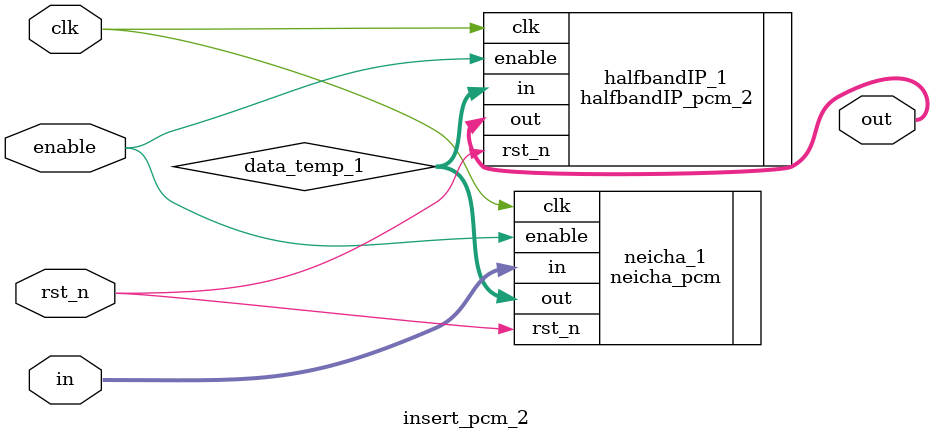
<source format=v>
module insert_pcm_2(in,clk,enable,rst_n,out);

input [23:0]in;
input clk;
input rst_n;
input enable;
output [23:0]out;

wire [23:0]data_temp_1;

neicha_pcm neicha_1(  .in(in),
                  .clk(clk),
						.rst_n(rst_n),
						.out(data_temp_1),
						.enable(enable)
					 );
halfbandIP_pcm_2 halfbandIP_1(    .in(data_temp_1),
                              .clk(clk),
										.out(out),
										.rst_n(rst_n),
										.enable(enable)
									);

endmodule
</source>
